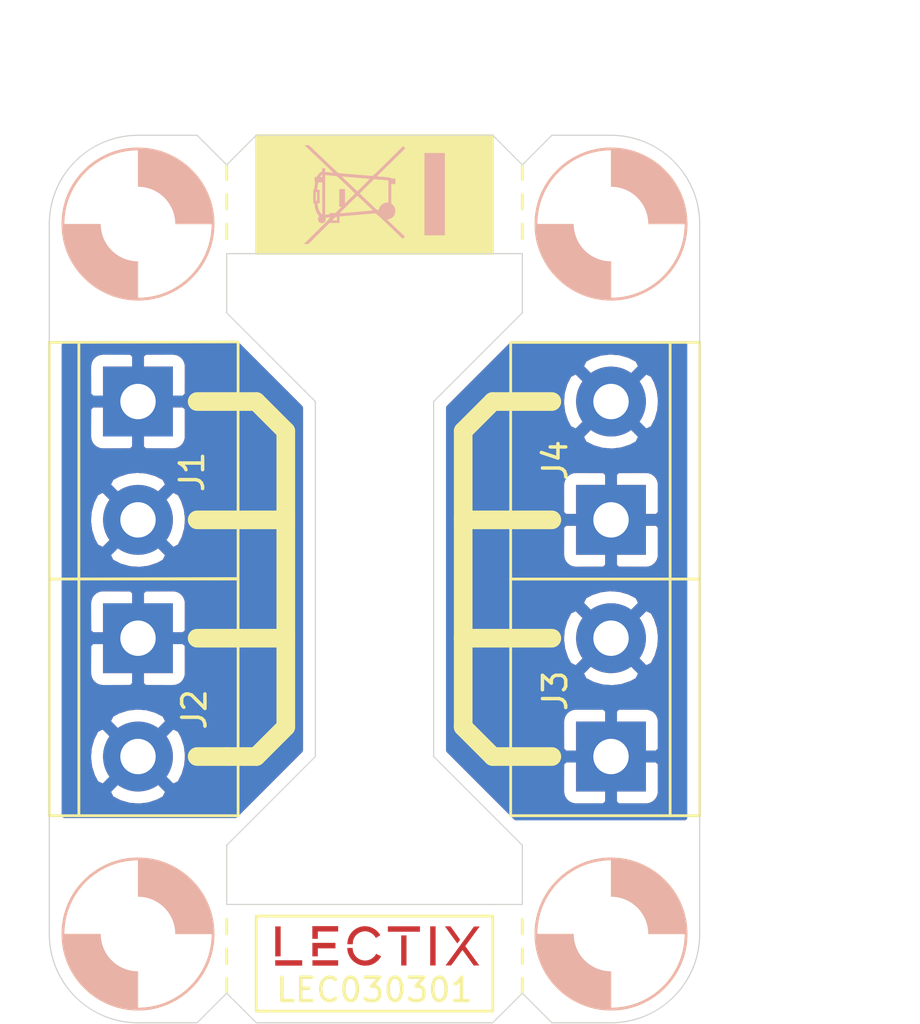
<source format=kicad_pcb>
(kicad_pcb (version 20211014) (generator pcbnew)
  (layers (0 "F.Cu" signal) (31 "B.Cu" signal) (34 "B.Paste" user) (35 "F.Paste" user) (36 "B.SilkS" user "B.Silkscreen") (37 "F.SilkS" user "F.Silkscreen") (38 "B.Mask" user) (39 "F.Mask" user) (44 "Edge.Cuts" user))
  (net 0 "")
  (net 1 "/green")
  (net 2 "/blue")
  (footprint "0_mechanical:MountingHole_3.2mm_M3" (layer "F.Cu") (at 203.2 81.28)
    (fp_text reference "H3" hide)
    (fp_text value "MountingHole" hide)
    (fp_circle (center 0 0) (end 3.224903 0) (layer "B.SilkS") (width 0.12) (fill none))
    (fp_poly (pts (xy 0 3.224903) (xy 0 1.6) (xy -0.1 1.6) (xy -0.5 1.5) (xy -0.9 1.3) (xy -1.3 0.9) (xy -1.5 0.5) (xy -1.6 0.1) (xy -1.6 0) (xy -3.2 0) (xy -3.2 0.5) (xy -3.1 0.9) (xy -2.8 1.6) (xy -2.3 2.3) (xy -1.5 2.9) (xy -0.5 3.2)) (layer "B.SilkS") (width 0.01) (fill solid))
    (fp_poly (pts (xy 0 -3.224903) (xy 0 -1.6) (xy 0.1 -1.6) (xy 0.5 -1.5) (xy 0.9 -1.3) (xy 1.3 -0.9) (xy 1.5 -0.5) (xy 1.6 -0.1) (xy 1.6 0) (xy 3.2 0) (xy 3.2 -0.5) (xy 3.1 -0.9) (xy 2.8 -1.6) (xy 2.3 -2.3) (xy 1.5 -2.9) (xy 0.5 -3.2)) (layer "B.SilkS") (width 0.01) (fill solid))
    (fp_circle (center 0 0) (end 1.6 -2.8) (layer "F.SilkS") (width 0.12) (fill none))
    (fp_poly (pts (xy 0 3.224903) (xy 0 1.6) (xy -0.1 1.6) (xy -0.5 1.5) (xy -0.9 1.3) (xy -1.3 0.9) (xy -1.5 0.5) (xy -1.6 0.1) (xy -1.6 0) (xy -3.2 0) (xy -3.2 0.5) (xy -3.1 0.9) (xy -2.8 1.6) (xy -2.3 2.3) (xy -1.5 2.9) (xy -0.5 3.2)) (layer "F.SilkS") (width 0.01) (fill solid))
    (fp_poly (pts (xy 0 -3.224903) (xy 0 -1.6) (xy 0.1 -1.6) (xy 0.5 -1.5) (xy 0.9 -1.3) (xy 1.3 -0.9) (xy 1.5 -0.5) (xy 1.6 -0.1) (xy 1.6 0) (xy 3.2 0) (xy 3.2 -0.5) (xy 3.1 -0.9) (xy 2.8 -1.6) (xy 2.3 -2.3) (xy 1.5 -2.9) (xy 0.5 -3.2)) (layer "F.SilkS") (width 0.01) (fill solid))
    (pad "" np_thru_hole circle locked (at 0 0) (size 3.2 3.2) (drill 3.2) (layers *.Cu *.Mask))
  )
  (footprint "0_mechanical:MountingHole_3.2mm_M3" (layer "F.Cu") (at 203.2 50.8)
    (fp_text reference "H4" hide)
    (fp_text value "MountingHole" hide)
    (fp_circle (center 0 0) (end 3.224903 0) (layer "B.SilkS") (width 0.12) (fill none))
    (fp_poly (pts (xy 0 3.224903) (xy 0 1.6) (xy -0.1 1.6) (xy -0.5 1.5) (xy -0.9 1.3) (xy -1.3 0.9) (xy -1.5 0.5) (xy -1.6 0.1) (xy -1.6 0) (xy -3.2 0) (xy -3.2 0.5) (xy -3.1 0.9) (xy -2.8 1.6) (xy -2.3 2.3) (xy -1.5 2.9) (xy -0.5 3.2)) (layer "B.SilkS") (width 0.01) (fill solid))
    (fp_poly (pts (xy 0 -3.224903) (xy 0 -1.6) (xy 0.1 -1.6) (xy 0.5 -1.5) (xy 0.9 -1.3) (xy 1.3 -0.9) (xy 1.5 -0.5) (xy 1.6 -0.1) (xy 1.6 0) (xy 3.2 0) (xy 3.2 -0.5) (xy 3.1 -0.9) (xy 2.8 -1.6) (xy 2.3 -2.3) (xy 1.5 -2.9) (xy 0.5 -3.2)) (layer "B.SilkS") (width 0.01) (fill solid))
    (fp_circle (center 0 0) (end 1.6 -2.8) (layer "F.SilkS") (width 0.12) (fill none))
    (fp_poly (pts (xy 0 3.224903) (xy 0 1.6) (xy -0.1 1.6) (xy -0.5 1.5) (xy -0.9 1.3) (xy -1.3 0.9) (xy -1.5 0.5) (xy -1.6 0.1) (xy -1.6 0) (xy -3.2 0) (xy -3.2 0.5) (xy -3.1 0.9) (xy -2.8 1.6) (xy -2.3 2.3) (xy -1.5 2.9) (xy -0.5 3.2)) (layer "F.SilkS") (width 0.01) (fill solid))
    (fp_poly (pts (xy 0 -3.224903) (xy 0 -1.6) (xy 0.1 -1.6) (xy 0.5 -1.5) (xy 0.9 -1.3) (xy 1.3 -0.9) (xy 1.5 -0.5) (xy 1.6 -0.1) (xy 1.6 0) (xy 3.2 0) (xy 3.2 -0.5) (xy 3.1 -0.9) (xy 2.8 -1.6) (xy 2.3 -2.3) (xy 1.5 -2.9) (xy 0.5 -3.2)) (layer "F.SilkS") (width 0.01) (fill solid))
    (pad "" np_thru_hole circle locked (at 0 0) (size 3.2 3.2) (drill 3.2) (layers *.Cu *.Mask))
  )
  (footprint "0_connectors:TerminalBlock_bornier-2_P5.08mm-blue" (layer "F.Cu") (at 203.2 71.12 90)
    (fp_text reference "J3" (at 0.28 -2.4 90) (layer "F.SilkS"))
    (fp_text value "Screw_Terminal_01x02_blue")
    (fp_line (start -5.08 -4.31) (end -5.08 3.81) (layer "F.SilkS") (width 0.12))
    (fp_line (start 5.08 3.81) (end 5.08 -4.31) (layer "F.SilkS") (width 0.12))
    (fp_line (start 5.08 -4.31) (end -5.08 -4.31) (layer "F.SilkS") (width 0.12))
    (fp_line (start 5.08 2.54) (end -5.08 2.54) (layer "F.SilkS") (width 0.12))
    (fp_line (start -5.08 3.81) (end 5.08 3.81) (layer "F.SilkS") (width 0.12))
    (pad "1" thru_hole rect locked (at -2.54 0 90) (size 3 3) (drill 1.52) (layers *.Cu *.Mask) (net 2 "/blue"))
    (pad "2" thru_hole circle locked (at 2.54 0 90) (size 3 3) (drill 1.52) (layers *.Cu *.Mask) (net 2 "/blue"))
  )
  (footprint "0_connectors:TerminalBlock_bornier-2_P5.08mm-blue" (layer "F.Cu") (at 203.2 60.96 90)
    (fp_text reference "J4" (at 0.02 -2.4 90) (layer "F.SilkS"))
    (fp_text value "Screw_Terminal_01x02_blue")
    (fp_line (start -5.08 -4.31) (end -5.08 3.81) (layer "F.SilkS") (width 0.12))
    (fp_line (start 5.08 3.81) (end 5.08 -4.31) (layer "F.SilkS") (width 0.12))
    (fp_line (start 5.08 2.54) (end -5.08 2.54) (layer "F.SilkS") (width 0.12))
    (fp_line (start 5.08 -4.31) (end -5.08 -4.31) (layer "F.SilkS") (width 0.12))
    (fp_line (start -5.08 3.81) (end 5.08 3.81) (layer "F.SilkS") (width 0.12))
    (pad "1" thru_hole rect locked (at -2.54 0 90) (size 3 3) (drill 1.52) (layers *.Cu *.Mask) (net 2 "/blue"))
    (pad "2" thru_hole circle locked (at 2.54 0 90) (size 3 3) (drill 1.52) (layers *.Cu *.Mask) (net 2 "/blue"))
  )
  (footprint "0_mechanical:MountingHole_3.2mm_M3" (layer "F.Cu") (at 182.88 50.8)
    (fp_text reference "H2" hide)
    (fp_text value "MountingHole" hide)
    (fp_circle (center 0 0) (end 3.224903 0) (layer "B.SilkS") (width 0.12) (fill none))
    (fp_poly (pts (xy 0 3.224903) (xy 0 1.6) (xy -0.1 1.6) (xy -0.5 1.5) (xy -0.9 1.3) (xy -1.3 0.9) (xy -1.5 0.5) (xy -1.6 0.1) (xy -1.6 0) (xy -3.2 0) (xy -3.2 0.5) (xy -3.1 0.9) (xy -2.8 1.6) (xy -2.3 2.3) (xy -1.5 2.9) (xy -0.5 3.2)) (layer "B.SilkS") (width 0.01) (fill solid))
    (fp_poly (pts (xy 0 -3.224903) (xy 0 -1.6) (xy 0.1 -1.6) (xy 0.5 -1.5) (xy 0.9 -1.3) (xy 1.3 -0.9) (xy 1.5 -0.5) (xy 1.6 -0.1) (xy 1.6 0) (xy 3.2 0) (xy 3.2 -0.5) (xy 3.1 -0.9) (xy 2.8 -1.6) (xy 2.3 -2.3) (xy 1.5 -2.9) (xy 0.5 -3.2)) (layer "B.SilkS") (width 0.01) (fill solid))
    (fp_circle (center 0 0) (end 1.6 -2.8) (layer "F.SilkS") (width 0.12) (fill none))
    (fp_poly (pts (xy 0 -3.224903) (xy 0 -1.6) (xy 0.1 -1.6) (xy 0.5 -1.5) (xy 0.9 -1.3) (xy 1.3 -0.9) (xy 1.5 -0.5) (xy 1.6 -0.1) (xy 1.6 0) (xy 3.2 0) (xy 3.2 -0.5) (xy 3.1 -0.9) (xy 2.8 -1.6) (xy 2.3 -2.3) (xy 1.5 -2.9) (xy 0.5 -3.2)) (layer "F.SilkS") (width 0.01) (fill solid))
    (fp_poly (pts (xy 0 3.224903) (xy 0 1.6) (xy -0.1 1.6) (xy -0.5 1.5) (xy -0.9 1.3) (xy -1.3 0.9) (xy -1.5 0.5) (xy -1.6 0.1) (xy -1.6 0) (xy -3.2 0) (xy -3.2 0.5) (xy -3.1 0.9) (xy -2.8 1.6) (xy -2.3 2.3) (xy -1.5 2.9) (xy -0.5 3.2)) (layer "F.SilkS") (width 0.01) (fill solid))
    (pad "" np_thru_hole circle locked (at 0 0) (size 3.2 3.2) (drill 3.2) (layers *.Cu *.Mask))
  )
  (footprint "0_mechanical:MountingHole_3.2mm_M3" (layer "F.Cu") (at 182.88 81.28)
    (fp_text reference "H1" hide)
    (fp_text value "MountingHole" hide)
    (fp_circle (center 0 0) (end 3.224903 0) (layer "B.SilkS") (width 0.12) (fill none))
    (fp_poly (pts (xy 0 -3.224903) (xy 0 -1.6) (xy 0.1 -1.6) (xy 0.5 -1.5) (xy 0.9 -1.3) (xy 1.3 -0.9) (xy 1.5 -0.5) (xy 1.6 -0.1) (xy 1.6 0) (xy 3.2 0) (xy 3.2 -0.5) (xy 3.1 -0.9) (xy 2.8 -1.6) (xy 2.3 -2.3) (xy 1.5 -2.9) (xy 0.5 -3.2)) (layer "B.SilkS") (width 0.01) (fill solid))
    (fp_poly (pts (xy 0 3.224903) (xy 0 1.6) (xy -0.1 1.6) (xy -0.5 1.5) (xy -0.9 1.3) (xy -1.3 0.9) (xy -1.5 0.5) (xy -1.6 0.1) (xy -1.6 0) (xy -3.2 0) (xy -3.2 0.5) (xy -3.1 0.9) (xy -2.8 1.6) (xy -2.3 2.3) (xy -1.5 2.9) (xy -0.5 3.2)) (layer "B.SilkS") (width 0.01) (fill solid))
    (fp_circle (center 0 0) (end 1.6 -2.8) (layer "F.SilkS") (width 0.12) (fill none))
    (fp_poly (pts (xy 0 -3.224903) (xy 0 -1.6) (xy 0.1 -1.6) (xy 0.5 -1.5) (xy 0.9 -1.3) (xy 1.3 -0.9) (xy 1.5 -0.5) (xy 1.6 -0.1) (xy 1.6 0) (xy 3.2 0) (xy 3.2 -0.5) (xy 3.1 -0.9) (xy 2.8 -1.6) (xy 2.3 -2.3) (xy 1.5 -2.9) (xy 0.5 -3.2)) (layer "F.SilkS") (width 0.01) (fill solid))
    (fp_poly (pts (xy 0 3.224903) (xy 0 1.6) (xy -0.1 1.6) (xy -0.5 1.5) (xy -0.9 1.3) (xy -1.3 0.9) (xy -1.5 0.5) (xy -1.6 0.1) (xy -1.6 0) (xy -3.2 0) (xy -3.2 0.5) (xy -3.1 0.9) (xy -2.8 1.6) (xy -2.3 2.3) (xy -1.5 2.9) (xy -0.5 3.2)) (layer "F.SilkS") (width 0.01) (fill solid))
    (pad "" np_thru_hole circle locked (at 0 0) (size 3.2 3.2) (drill 3.2) (layers *.Cu *.Mask))
  )
  (footprint "0_logos:Logo_10mm" (layer "F.Cu") (at 193.04 81.78)
    (fp_text reference "LOGO1" hide)
    (fp_text value "logo_lectix_25mm" hide)
    (fp_poly (pts (xy 4.376304 -0.819908) (xy 4.39485 -0.819812) (xy 4.508296 -0.81915) (xy 4.202148 -0.400817) (xy 4.172064 -0.359702) (xy 4.142787 -0.319675) (xy 4.114458 -0.280931) (xy 4.087217 -0.243662) (xy 4.061206 -0.20806) (xy 4.036566 -0.17432) (xy 4.013436 -0.142634) (xy 3.991957 -0.113194) (xy 3.972271 -0.086194) (xy 3.954518 -0.061828) (xy 3.938839 -0.040287) (xy 3.925374 -0.021764) (xy 3.914265 -0.006454) (xy 3.905651 0.005452) (xy 3.899674 0.01376) (xy 3.896474 0.018277) (xy 3.895946 0.019087) (xy 3.897407 0.021269) (xy 3.901707 0.02737) (xy 3.908703 0.037192) (xy 3.918256 0.050541) (xy 3.930224 0.06722) (xy 3.944465 0.087032) (xy 3.960838 0.109783) (xy 3.979202 0.135275) (xy 3.999416 0.163314) (xy 4.021337 0.193701) (xy 4.044825 0.226243) (xy 4.069739 0.260742) (xy 4.095938 0.297003) (xy 4.123279 0.334829) (xy 4.151622 0.374025) (xy 4.180825 0.414395) (xy 4.192671 0.430766) (xy 4.22219 0.471564) (xy 4.250913 0.511274) (xy 4.278699 0.549701) (xy 4.305405 0.586647) (xy 4.330889 0.621916) (xy 4.35501 0.65531) (xy 4.377626 0.686635) (xy 4.398595 0.715692) (xy 4.417775 0.742285) (xy 4.435025 0.766218) (xy 4.450202 0.787293) (xy 4.463164 0.805315) (xy 4.47377 0.820086) (xy 4.481878 0.831411) (xy 4.487346 0.839091) (xy 4.490033 0.842932) (xy 4.490296 0.843347) (xy 4.488016 0.843981) (xy 4.480822 0.844522) (xy 4.468878 0.844969) (xy 4.452349 0.845317) (xy 4.4314 0.845563) (xy 4.406196 0.845703) (xy 4.377266 0.845734) (xy 4.26339 0.845649) (xy 4.02209 0.51178) (xy 3.995526 0.475037) (xy 3.969765 0.439426) (xy 3.944965 0.405163) (xy 3.921283 0.372466) (xy 3.898876 0.34155) (xy 3.877902 0.312632) (xy 3.858517 0.285929) (xy 3.84088 0.261658) (xy 3.825147 0.240034) (xy 3.811475 0.221274) (xy 3.800023 0.205596) (xy 3.790948 0.193215) (xy 3.784406 0.184347) (xy 3.780556 0.179211) (xy 3.77952 0.177933) (xy 3.777906 0.17995) (xy 3.773455 0.185854) (xy 3.766324 0.195427) (xy 3.756674 0.208455) (xy 3.744661 0.224722) (xy 3.730447 0.24401) (xy 3.714188 0.266106) (xy 3.696044 0.290791) (xy 3.676173 0.317851) (xy 3.654734 0.34707) (xy 3.631887 0.378231) (xy 3.607789 0.411119) (xy 3.5826 0.445518) (xy 3.556477 0.481211) (xy 3.53568 0.509644) (xy 3.508925 0.546214) (xy 3.482965 0.581667) (xy 3.457961 0.615786) (xy 3.434072 0.648355) (xy 3.411458 0.679156) (xy 3.390279 0.707973) (xy 3.370693 0.734589) (xy 3.352863 0.758787) (xy 3.336946 0.78035) (xy 3.323102 0.799061) (xy 3.311493 0.814704) (xy 3.302276 0.827061) (xy 3.295613 0.835916) (xy 3.291662 0.841051) (xy 3.29057 0.842335) (xy 3.287574 0.842529) (xy 3.280025 0.84268) (xy 3.26845 0.842789) (xy 3.253375 0.842853) (xy 3.235327 0.84287) (xy 3.214833 0.842839) (xy 3.192419 0.842759) (xy 3.175648 0.842672) (xy 3.063267 0.84201) (xy 3.669225 0.01397) (xy 3.711717 -0.044093) (xy 3.753457 -0.101122) (xy 3.794343 -0.156981) (xy 3.834276 -0.211531) (xy 3.873154 -0.264637) (xy 3.910878 -0.316161) (xy 3.947347 -0.365964) (xy 3.982459 -0.413911) (xy 4.016115 -0.459864) (xy 4.048214 -0.503686) (xy 4.078655 -0.545239) (xy 4.107338 -0.584386) (xy 4.134162 -0.620989) (xy 4.159027 -0.654913) (xy 4.181832 -0.686019) (xy 4.202477 -0.714169) (xy 4.22086 -0.739228) (xy 4.236882 -0.761057) (xy 4.250441 -0.779519) (xy 4.261437 -0.794478) (xy 4.269771 -0.805795) (xy 4.27534 -0.813333) (xy 4.278045 -0.816956) (xy 4.278294 -0.817272) (xy 4.280129 -0.818064) (xy 4.284193 -0.818708) (xy 4.29086 -0.819211) (xy 4.300504 -0.819582) (xy 4.313497 -0.819829) (xy 4.330212 -0.819961) (xy 4.351024 -0.819984) (xy 4.376304 -0.819908)) (layer "F.Cu") (width 0.01) (fill solid))
    (fp_poly (pts (xy -0.941598 0.135255) (xy -0.93688 0.184642) (xy -0.927286 0.233391) (xy -0.913012 0.281126) (xy -0.894257 0.327472) (xy -0.871216 0.372055) (xy -0.844087 0.4145) (xy -0.813067 0.454432) (xy -0.778352 0.491476) (xy -0.74014 0.525258) (xy -0.73406 0.530066) (xy -0.693962 0.558193) (xy -0.650655 0.582754) (xy -0.604786 0.603491) (xy -0.557001 0.620147) (xy -0.507946 0.632466) (xy -0.458267 0.640191) (xy -0.456939 0.640331) (xy -0.435583 0.641812) (xy -0.410988 0.642277) (xy -0.38483 0.641784) (xy -0.358784 0.640393) (xy -0.334525 0.638161) (xy -0.31496 0.635369) (xy -0.26458 0.623968) (xy -0.215829 0.608011) (xy -0.169027 0.587722) (xy -0.124494 0.563326) (xy -0.082553 0.53505) (xy -0.043523 0.503119) (xy -0.007725 0.467757) (xy 0.024521 0.429189) (xy 0.052893 0.387642) (xy 0.063459 0.36957) (xy 0.067764 0.361866) (xy 0.070977 0.356162) (xy 0.072419 0.35366) (xy 0.072428 0.353648) (xy 0.074718 0.354589) (xy 0.080966 0.357586) (xy 0.090622 0.362356) (xy 0.103134 0.368617) (xy 0.11795 0.376087) (xy 0.134518 0.384484) (xy 0.152288 0.393526) (xy 0.170709 0.40293) (xy 0.189227 0.412414) (xy 0.207292 0.421697) (xy 0.224353 0.430496) (xy 0.239857 0.43853) (xy 0.253254 0.445515) (xy 0.263992 0.45117) (xy 0.271519 0.455212) (xy 0.275284 0.45736) (xy 0.275579 0.457574) (xy 0.276342 0.459476) (xy 0.27565 0.462864) (xy 0.273236 0.468246) (xy 0.268829 0.47613) (xy 0.262161 0.487022) (xy 0.252963 0.501432) (xy 0.249532 0.50673) (xy 0.213745 0.557247) (xy 0.174233 0.604456) (xy 0.131253 0.648181) (xy 0.085061 0.688245) (xy 0.035915 0.724473) (xy -0.015929 0.75669) (xy -0.070214 0.784719) (xy -0.126683 0.808386) (xy -0.185078 0.827513) (xy -0.238614 0.840608) (xy -0.259549 0.844715) (xy -0.278693 0.847937) (xy -0.297214 0.850387) (xy -0.316279 0.852177) (xy -0.337056 0.853419) (xy -0.360714 0.854226) (xy -0.38481 0.854665) (xy -0.403035 0.85486) (xy -0.419929 0.85496) (xy -0.434719 0.854966) (xy -0.446633 0.85488) (xy -0.454897 0.854704) (xy -0.45847 0.854485) (xy -0.464358 0.853741) (xy -0.47369 0.85263) (xy -0.484862 0.851341) (xy -0.49022 0.850735) (xy -0.545997 0.842047) (xy -0.601993 0.828574) (xy -0.657599 0.810545) (xy -0.712206 0.788188) (xy -0.765203 0.761731) (xy -0.815981 0.731401) (xy -0.82423 0.725955) (xy -0.854202 0.705098) (xy -0.880956 0.684653) (xy -0.906058 0.663317) (xy -0.931073 0.63979) (xy -0.946282 0.624501) (xy -0.98848 0.577656) (xy -1.026384 0.528179) (xy -1.059914 0.476236) (xy -1.088986 0.421994) (xy -1.113518 0.365618) (xy -1.133426 0.307274) (xy -1.148629 0.247129) (xy -1.156813 0.201477) (xy -1.15802 0.192261) (xy -1.159423 0.17981) (xy -1.160913 0.165307) (xy -1.162382 0.149937) (xy -1.163719 0.134885) (xy -1.164815 0.121334) (xy -1.165562 0.11047) (xy -1.16585 0.103505) (xy -1.163398 0.103107) (xy -1.156379 0.102738) (xy -1.145308 0.102405) (xy -1.130696 0.102119) (xy -1.113059 0.101886) (xy -1.092909 0.101717) (xy -1.070759 0.10162) (xy -1.054481 0.1016) (xy -0.943101 0.1016) (xy -0.941598 0.135255)) (layer "F.Cu") (width 0.01) (fill solid))
    (fp_poly (pts (xy -3.1115 0.85344) (xy -4.25958 0.85344) (xy -4.25958 0.62992) (xy -3.1115 0.62992) (xy -3.1115 0.85344)) (layer "F.Cu") (width 0.01) (fill solid))
    (fp_poly (pts (xy -1.56718 -0.61214) (xy -2.44094 -0.61214) (xy -2.44094 -0.29972) (xy -2.66446 -0.29972) (xy -2.66446 -0.83312) (xy -1.56718 -0.83312) (xy -1.56718 -0.61214)) (layer "F.Cu") (width 0.01) (fill solid))
    (fp_poly (pts (xy -4.0386 0.45212) (xy -4.25958 0.45212) (xy -4.25958 -0.82296) (xy -4.0386 -0.82296) (xy -4.0386 0.45212)) (layer "F.Cu") (width 0.01) (fill solid))
    (fp_poly (pts (xy 2.61874 0.84582) (xy 2.39776 0.84582) (xy 2.39776 -0.8255) (xy 2.61874 -0.8255) (xy 2.61874 0.84582)) (layer "F.Cu") (width 0.01) (fill solid))
    (fp_poly (pts (xy -0.373791 -0.828885) (xy -0.352051 -0.828102) (xy -0.333524 -0.826865) (xy -0.32512 -0.825987) (xy -0.263464 -0.815889) (xy -0.203518 -0.801142) (xy -0.145498 -0.78188) (xy -0.08962 -0.75824) (xy -0.036099 -0.730358) (xy 0.01485 -0.698368) (xy 0.063012 -0.662408) (xy 0.108171 -0.622612) (xy 0.150111 -0.579116) (xy 0.188617 -0.532056) (xy 0.223475 -0.481567) (xy 0.224753 -0.479538) (xy 0.23095 -0.469396) (xy 0.235873 -0.460824) (xy 0.239032 -0.454716) (xy 0.239933 -0.451966) (xy 0.239927 -0.451954) (xy 0.237616 -0.450206) (xy 0.231584 -0.446064) (xy 0.222376 -0.439884) (xy 0.210541 -0.432024) (xy 0.196627 -0.422841) (xy 0.181181 -0.412692) (xy 0.16475 -0.401934) (xy 0.147883 -0.390925) (xy 0.131127 -0.380021) (xy 0.115029 -0.369581) (xy 0.100138 -0.359961) (xy 0.087 -0.351518) (xy 0.076165 -0.34461) (xy 0.068178 -0.339593) (xy 0.063588 -0.336826) (xy 0.062794 -0.336416) (xy 0.059968 -0.337282) (xy 0.055905 -0.341905) (xy 0.050305 -0.350661) (xy 0.047184 -0.356086) (xy 0.030089 -0.383572) (xy 0.009427 -0.411998) (xy -0.013771 -0.440148) (xy -0.038472 -0.466803) (xy -0.063644 -0.490746) (xy -0.07552 -0.50086) (xy -0.116154 -0.530828) (xy -0.159753 -0.556873) (xy -0.205804 -0.578774) (xy -0.253792 -0.59631) (xy -0.303203 -0.60926) (xy -0.343548 -0.616187) (xy -0.365054 -0.618232) (xy -0.389779 -0.619278) (xy -0.41624 -0.619363) (xy -0.442955 -0.61852) (xy -0.468443 -0.616786) (xy -0.491221 -0.614196) (xy -0.502174 -0.612397) (xy -0.552714 -0.600392) (xy -0.601225 -0.583901) (xy -0.647466 -0.563143) (xy -0.691196 -0.538334) (xy -0.732174 -0.509692) (xy -0.770159 -0.477434) (xy -0.80491 -0.441777) (xy -0.836186 -0.402938) (xy -0.863748 -0.361136) (xy -0.887352 -0.316587) (xy -0.90676 -0.269508) (xy -0.916801 -0.238379) (xy -0.927444 -0.193948) (xy -0.934072 -0.147895) (xy -0.936568 -0.109855) (xy -0.937972 -0.06858) (xy -1.158969 -0.06858) (xy -1.157493 -0.113665) (xy -1.153049 -0.173235) (xy -1.143761 -0.231781) (xy -1.129804 -0.289055) (xy -1.111357 -0.344808) (xy -1.088595 -0.398794) (xy -1.061694 -0.450761) (xy -1.030832 -0.500463) (xy -0.996184 -0.547651) (xy -0.957927 -0.592077) (xy -0.916238 -0.63349) (xy -0.871292 -0.671645) (xy -0.823267 -0.706291) (xy -0.772339 -0.73718) (xy -0.718684 -0.764064) (xy -0.6858 -0.777954) (xy -0.632923 -0.796535) (xy -0.578211 -0.811237) (xy -0.520795 -0.822284) (xy -0.50546 -0.824566) (xy -0.489281 -0.826312) (xy -0.469218 -0.827661) (xy -0.446456 -0.828601) (xy -0.422175 -0.829125) (xy -0.397559 -0.829223) (xy -0.373791 -0.828885)) (layer "F.Cu") (width 0.01) (fill solid))
    (fp_poly (pts (xy 1.3716 0.84582) (xy 1.15062 0.84582) (xy 1.15062 -0.43688) (xy 1.3716 -0.43688) (xy 1.3716 0.84582)) (layer "F.Cu") (width 0.01) (fill solid))
    (fp_poly (pts (xy 1.95072 -0.60452) (xy 0.58166 -0.60452) (xy 0.58166 -0.8255) (xy 1.95072 -0.8255) (xy 1.95072 -0.60452)) (layer "F.Cu") (width 0.01) (fill solid))
    (fp_poly (pts (xy 3.260968 -0.8255) (xy 3.466269 -0.542956) (xy 3.490799 -0.509165) (xy 3.514493 -0.476463) (xy 3.53718 -0.445091) (xy 3.558689 -0.415286) (xy 3.578848 -0.387289) (xy 3.597487 -0.361337) (xy 3.614435 -0.337671) (xy 3.62952 -0.31653) (xy 3.642571 -0.298152) (xy 3.653418 -0.282777) (xy 3.661889 -0.270644) (xy 3.667814 -0.261991) (xy 3.671021 -0.257058) (xy 3.67157 -0.255979) (xy 3.670129 -0.252999) (xy 3.666077 -0.246561) (xy 3.659817 -0.237221) (xy 3.651755 -0.225539) (xy 3.642293 -0.212072) (xy 3.631838 -0.197378) (xy 3.620793 -0.182016) (xy 3.609562 -0.166543) (xy 3.598551 -0.151517) (xy 3.588162 -0.137496) (xy 3.578801 -0.125038) (xy 3.570872 -0.114702) (xy 3.564779 -0.107045) (xy 3.560927 -0.102625) (xy 3.55981 -0.101753) (xy 3.558071 -0.103777) (xy 3.553504 -0.109705) (xy 3.546264 -0.119329) (xy 3.536502 -0.132439) (xy 3.524373 -0.148826) (xy 3.510029 -0.168281) (xy 3.493625 -0.190595) (xy 3.475313 -0.215558) (xy 3.455247 -0.242963) (xy 3.433579 -0.272598) (xy 3.410465 -0.304257) (xy 3.386056 -0.337728) (xy 3.360506 -0.372804) (xy 3.333968 -0.409276) (xy 3.306596 -0.446933) (xy 3.29819 -0.458507) (xy 3.270558 -0.496555) (xy 3.243707 -0.533532) (xy 3.217789 -0.569228) (xy 3.19296 -0.603428) (xy 3.169374 -0.635919) (xy 3.147186 -0.666489) (xy 3.126549 -0.694925) (xy 3.107618 -0.721015) (xy 3.090548 -0.744544) (xy 3.075493 -0.765301) (xy 3.062608 -0.783073) (xy 3.052047 -0.797646) (xy 3.043964 -0.808808) (xy 3.038514 -0.816346) (xy 3.035851 -0.820048) (xy 3.035625 -0.82037) (xy 3.034877 -0.821583) (xy 3.034715 -0.822588) (xy 3.035563 -0.823405) (xy 3.037844 -0.824053) (xy 3.041981 -0.824551) (xy 3.048399 -0.824919) (xy 3.057522 -0.825177) (xy 3.069772 -0.825345) (xy 3.085573 -0.825441) (xy 3.105349 -0.825486) (xy 3.129525 -0.8255) (xy 3.146554 -0.825501) (xy 3.260968 -0.8255)) (layer "F.Cu") (width 0.01) (fill solid))
    (fp_poly (pts (xy -1.68148 0.10922) (xy -2.44094 0.10922) (xy -2.44094 0.45212) (xy -2.66192 0.45212) (xy -2.66192 -0.1143) (xy -1.68148 -0.1143) (xy -1.68148 0.10922)) (layer "F.Cu") (width 0.01) (fill solid))
    (fp_poly (pts (xy -1.56718 0.85344) (xy -2.65938 0.85344) (xy -2.65938 0.62992) (xy -1.56718 0.62992) (xy -1.56718 0.85344)) (layer "F.Cu") (width 0.01) (fill solid))
  )
  (footprint "0_connectors:TerminalBlock_bornier-2_P5.08mm-green" (layer "F.Cu") (at 182.88 60.96 -90)
    (fp_text reference "J1" (at 0.48 -2.32 90) (layer "F.SilkS"))
    (fp_text value "Screw_Terminal_01x02_green")
    (fp_line (start 5.08 -4.3) (end -5.08 -4.3) (layer "F.SilkS") (width 0.12))
    (fp_line (start -5.1 -4.3) (end -5.08 3.81) (layer "F.SilkS") (width 0.12))
    (fp_line (start -5.08 3.81) (end 5.08 3.81) (layer "F.SilkS") (width 0.12))
    (fp_line (start 5.08 3.81) (end 5.08 -4.3) (layer "F.SilkS") (width 0.12))
    (fp_line (start 5.08 2.54) (end -5.08 2.54) (layer "F.SilkS") (width 0.12))
    (pad "1" thru_hole rect locked (at -2.54 0 270) (size 3 3) (drill 1.52) (layers *.Cu *.Mask) (net 1 "/green"))
    (pad "2" thru_hole circle locked (at 2.54 0 270) (size 3 3) (drill 1.52) (layers *.Cu *.Mask) (net 1 "/green"))
  )
  (footprint "0_connectors:TerminalBlock_bornier-2_P5.08mm-green" (layer "F.Cu") (at 182.88 71.12 -90)
    (fp_text reference "J2" (at 0.52 -2.42 90) (layer "F.SilkS"))
    (fp_text value "Screw_Terminal_01x02_green")
    (fp_line (start 5.08 2.54) (end -5.08 2.54) (layer "F.SilkS") (width 0.12))
    (fp_line (start 5.08 3.81) (end 5.08 -4.3) (layer "F.SilkS") (width 0.12))
    (fp_line (start -5.08 3.81) (end 5.08 3.81) (layer "F.SilkS") (width 0.12))
    (fp_line (start 5.08 -4.3) (end -5.08 -4.3) (layer "F.SilkS") (width 0.12))
    (fp_line (start -5.1 -4.3) (end -5.08 3.81) (layer "F.SilkS") (width 0.12))
    (pad "1" thru_hole rect locked (at -2.54 0 270) (size 3 3) (drill 1.52) (layers *.Cu *.Mask) (net 1 "/green"))
    (pad "2" thru_hole circle locked (at 2.54 0 270) (size 3 3) (drill 1.52) (layers *.Cu *.Mask) (net 1 "/green"))
  )
  (footprint "Symbol:WEEE-Logo_4.2x6mm_SilkScreen" (layer "B.Cu") (at 193.04 49.53 -90)
    (fp_text reference "REF**" hide)
    (fp_text value "WEEE-Logo_4.2x6mm_SilkScreen" hide)
    (fp_poly (pts (xy 1.747822 -3.017822) (xy -1.772971 -3.017822) (xy -1.772971 -2.150198) (xy 1.747822 -2.150198) (xy 1.747822 -3.017822)) (layer "B.SilkS") (width 0.01) (fill solid))
    (fp_poly (pts (xy 2.12443 2.935152) (xy 2.123811 2.848069) (xy 1.672086 2.389109) (xy 1.220361 1.930148) (xy 1.220032 1.719529) (xy 1.219703 1.508911) (xy 0.94461 1.508911) (xy 0.937522 1.45547) (xy 0.934838 1.431112) (xy 0.930313 1.385241) (xy 0.924191 1.320595) (xy 0.916712 1.239909) (xy 0.908119 1.145919) (xy 0.898654 1.041363) (xy 0.888558 0.928975) (xy 0.878074 0.811493) (xy 0.867444 0.691652) (xy 0.856909 0.572189) (xy 0.846713 0.455841) (xy 0.837095 0.345343) (xy 0.8283 0.243431) (xy 0.820568 0.152842) (xy 0.814142 0.076313) (xy 0.809263 0.016579) (xy 0.806175 -0.023624) (xy 0.805117 -0.041559) (xy 0.805118 -0.041644) (xy 0.812827 -0.056035) (xy 0.835981 -0.085748) (xy 0.874895 -0.131131) (xy 0.929884 -0.192529) (xy 1.001264 -0.270288) (xy 1.089349 -0.364754) (xy 1.194454 -0.476272) (xy 1.316895 -0.605188) (xy 1.35131 -0.641287) (xy 1.897137 -1.213416) (xy 1.808881 -1.301436) (xy 1.737485 -1.223758) (xy 1.711366 -1.195686) (xy 1.670566 -1.152274) (xy 1.617777 -1.096366) (xy 1.555691 -1.030808) (xy 1.487 -0.958441) (xy 1.414396 -0.882112) (xy 1.37096 -0.836524) (xy 1.289416 -0.751119) (xy 1.223504 -0.68271) (xy 1.171544 -0.630053) (xy 1.131855 -0.591905) (xy 1.102757 -0.56702) (xy 1.082569 -0.554156) (xy 1.06961 -0.552068) (xy 1.0622 -0.559513) (xy 1.058658 -0.575246) (xy 1.057303 -0.598023) (xy 1.057121 -0.604239) (xy 1.047703 -0.647061) (xy 1.024497 -0.698819) (xy 0.992136 -0.751328) (xy 0.955252 -0.796403) (xy 0.940493 -0.810328) (xy 0.864767 -0.859047) (xy 0.776308 -0.886306) (xy 0.6981 -0.892773) (xy 0.609468 -0.880576) (xy 0.527612 -0.844813) (xy 0.455164 -0.786722) (xy 0.441797 -0.772262) (xy 0.392918 -0.716733) (xy -0.452674 -0.716733) (xy -0.452674 -0.892773) (xy -0.67901 -0.892773) (xy -0.67901 -0.810531) (xy -0.68185 -0.754386) (xy -0.691393 -0.715416) (xy -0.702991 -0.694219) (xy -0.711277 -0.679052) (xy -0.718373 -0.657062) (xy -0.724748 -0.624987) (xy -0.730872 -0.579569) (xy -0.737216 -0.517548) (xy -0.74425 -0.435662) (xy -0.749066 -0.374746) (xy -0.771161 -0.089343) (xy -1.313565 -0.638805) (xy -1.411637 -0.738228) (xy -1.505784 -0.833815) (xy -1.594285 -0.92381) (xy -1.67542 -1.006457) (xy -1.747469 -1.080001) (xy -1.808712 -1.142684) (xy -1.857427 -1.192752) (xy -1.891896 -1.228448) (xy -1.910379 -1.247995) (xy -1.940743 -1.278944) (xy -1.966071 -1.30053) (xy -1.979695 -1.307723) (xy -1.997095 -1.299297) (xy -2.02246 -1.278245) (xy -2.031058 -1.269671) (xy -2.067514 -1.23162) (xy -1.866802 -1.027658) (xy -1.815596 -0.975699) (xy -1.749569 -0.90882) (xy -1.671618 -0.82995) (xy -1.584638 -0.742014) (xy -1.491526 -0.647941) (xy -1.395179 -0.550658) (xy -1.298492 -0.453093) (xy -1.229134 -0.383145) (xy -1.123703 -0.27655) (xy -1.035129 -0.186307) (xy -0.962281 -0.111192) (xy -0.904023 -0.049986) (xy -0.859225 -0.001466) (xy -0.837021 0.023871) (xy -0.658724 0.023871) (xy -0.636401 -0.261555) (xy -0.629669 -0.345219) (xy -0.623157 -0.421727) (xy -0.617234 -0.487081) (xy -0.612268 -0.537281) (xy -0.608629 -0.568329) (xy -0.607458 -0.575273) (xy -0.600838 -0.603565) (xy 0.348636 -0.603565) (xy 0.354974 -0.524606) (xy 0.37411 -0.431315) (xy 0.414154 -0.348791) (xy 0.472582 -0.280038) (xy 0.546871 -0.228063) (xy 0.630252 -0.196863) (xy 0.657302 -0.182228) (xy 0.670844 -0.150819) (xy 0.671128 -0.149434) (xy 0.672753 -0.136174) (xy 0.670744 -0.122595) (xy 0.663142 -0.106181) (xy 0.647984 -0.084411) (xy 0.623312 -0.054767) (xy 0.587164 -0.014732) (xy 0.53758 0.038215) (xy 0.472599 0.106591) (xy 0.468401 0.110995) (xy 0.398507 0.184389) (xy 0.3242 0.262563) (xy 0.250586 0.340136) (xy 0.182771 0.411725) (xy 0.12586 0.471949) (xy 0.113168 0.485413) (xy 0.064513 0.53618) (xy 0.021291 0.579625) (xy -0.013395 0.612759) (xy -0.036444 0.632595) (xy -0.044182 0.636954) (xy -0.055722 0.62783) (xy -0.08271 0.6028) (xy -0.123021 0.563948) (xy -0.174529 0.513357) (xy -0.235109 0.453112) (xy -0.302636 0.385296) (xy -0.357826 0.329435) (xy -0.658724 0.023871) (xy -0.837021 0.023871) (xy -0.826751 0.035589) (xy -0.805471 0.062401) (xy -0.794251 0.080192) (xy -0.791754 0.08843) (xy -0.7927 0.10641) (xy -0.795573 0.147108) (xy -0.800187 0.208181) (xy -0.806358 0.287287) (xy -0.813898 0.382086) (xy -0.822621 0.490233) (xy -0.832343 0.609388) (xy -0.842876 0.737209) (xy -0.851365 0.839365) (xy -0.899396 1.415326) (xy -0.775805 1.415326) (xy -0.775273 1.402896) (xy -0.772769 1.36789) (xy -0.768496 1.312785) (xy -0.762653 1.240057) (xy -0.755443 1.152186) (xy -0.747066 1.051649) (xy -0.737723 0.940923) (xy -0.728758 0.835795) (xy -0.718602 0.716517) (xy -0.709142 0.60392) (xy -0.700596 0.500695) (xy -0.693179 0.409527) (xy -0.687108 0.333105) (xy -0.682601 0.274117) (xy -0.679873 0.235251) (xy -0.679116 0.220156) (xy -0.677935 0.210762) (xy -0.673256 0.207034) (xy -0.663276 0.210529) (xy -0.64619 0.222801) (xy -0.620196 0.245406) (xy -0.58349 0.2799) (xy -0.534267 0.327838) (xy -0.470726 0.390776) (xy -0.403305 0.458032) (xy -0.127601 0.733523) (xy -0.129533 0.735594) (xy 0.05271 0.735594) (xy 0.061016 0.72422) (xy 0.084267 0.697437) (xy 0.120135 0.657708) (xy 0.166287 0.607493) (xy 0.220394 0.549254) (xy 0.280126 0.485453) (xy 0.343152 0.418551) (xy 0.407142 0.35101) (xy 0.469764 0.28529) (xy 0.52869 0.223854) (xy 0.581588 0.169163) (xy 0.626128 0.123678) (xy 0.65998 0.089862) (xy 0.680812 0.070174) (xy 0.686494 0.066163) (xy 0.688366 0.079109) (xy 0.692254 0.114866) (xy 0.697943 0.171196) (xy 0.705219 0.24586) (xy 0.713869 0.33662) (xy 0.723678 0.441238) (xy 0.734434 0.557474) (xy 0.745921 0.683092) (xy 0.755093 0.784382) (xy 0.766826 0.915721) (xy 0.777665 1.039448) (xy 0.78743 1.153319) (xy 0.795937 1.255089) (xy 0.803005 1.342513) (xy 0.808451 1.413347) (xy 0.812092 1.465347) (xy 0.813747 1.496268) (xy 0.813558 1.504297) (xy 0.803666 1.497146) (xy 0.778476 1.474159) (xy 0.74019 1.437561) (xy 0.691011 1.389578) (xy 0.633139 1.332434) (xy 0.568778 1.268353) (xy 0.500129 1.199562) (xy 0.429395 1.128284) (xy 0.358778 1.056745) (xy 0.29048 0.98717) (xy 0.226704 0.921783) (xy 0.16965 0.862809) (xy 0.121522 0.812473) (xy 0.084522 0.773001) (xy 0.060852 0.746617) (xy 0.05271 0.735594) (xy -0.129533 0.735594) (xy -0.230409 0.843705) (xy -0.282768 0.899623) (xy -0.341535 0.962052) (xy -0.404385 1.028557) (xy -0.468995 1.096702) (xy -0.533042 1.164052) (xy -0.594203 1.228172) (xy -0.650153 1.286628) (xy -0.69857 1.336982) (xy -0.73713 1.376802) (xy -0.763509 1.40365) (xy -0.775384 1.415092) (xy -0.775805 1.415326) (xy -0.899396 1.415326) (xy -0.911401 1.559274) (xy -1.511938 2.190842) (xy -2.112475 2.822411) (xy -2.112034 2.910685) (xy -2.111592 2.99896) (xy -2.014583 2.895334) (xy -1.960291 2.837537) (xy -1.896192 2.769632) (xy -1.824016 2.693428) (xy -1.745492 2.610731) (xy -1.662349 2.523347) (xy -1.576319 2.433085) (xy -1.48913 2.34175) (xy -1.402513 2.251151) (xy -1.318197 2.163093) (xy -1.237912 2.079385) (xy -1.163387 2.001833) (xy -1.096354 1.932243) (xy -1.038541 1.872424) (xy -0.991679 1.824182) (xy -0.957496 1.789324) (xy -0.937724 1.769657) (xy -0.93339 1.765884) (xy -0.933092 1.779008) (xy -0.934731 1.812611) (xy -0.938023 1.86212) (xy -0.942682 1.922963) (xy -0.944682 1.947268) (xy -0.959577 2.125049) (xy -0.842955 2.125049) (xy -0.836934 2.096757) (xy -0.833863 2.074382) (xy -0.829548 2.032283) (xy -0.824488 1.975822) (xy -0.819181 1.910365) (xy -0.817344 1.886138) (xy -0.811927 1.816579) (xy -0.806459 1.751982) (xy -0.801488 1.698452) (xy -0.797561 1.66209) (xy -0.796675 1.655491) (xy -0.793334 1.641944) (xy -0.786101 1.626086) (xy -0.77344 1.606139) (xy -0.753811 1.580327) (xy -0.725678 1.546871) (xy -0.687502 1.503993) (xy -0.637746 1.449917) (xy -0.574871 1.382864) (xy -0.497341 1.301057) (xy -0.418251 1.21805) (xy -0.339564 1.135906) (xy -0.266112 1.059831) (xy -0.199724 0.991675) (xy -0.142227 0.933288) (xy -0.095451 0.886519) (xy -0.061224 0.853218) (xy -0.041373 0.835233) (xy -0.03714 0.832558) (xy -0.026003 0.842259) (xy 0.000029 0.867559) (xy 0.03843 0.905918) (xy 0.086672 0.9548) (xy 0.14223 1.011666) (xy 0.182408 1.053094) (xy 0.392169 1.27) (xy -0.226337 1.27) (xy -0.226337 1.508911) (xy 0.528119 1.508911) (xy 0.528119 1.402458) (xy 0.666435 1.540346) (xy 0.764553 1.63816) (xy 0.955643 1.63816) (xy 0.957471 1.62273) (xy 0.966723 1.614133) (xy 0.98905 1.610387) (xy 1.030105 1.609511) (xy 1.037376 1.609505) (xy 1.119109 1.609505) (xy 1.119109 1.828828) (xy 1.037376 1.747821) (xy 0.99127 1.698572) (xy 0.963694 1.660841) (xy 0.955643 1.63816) (xy 0.764553 1.63816) (xy 0.804752 1.678234) (xy 0.804752 1.801048) (xy 0.805137 1.85755) (xy 0.8069 1.893495) (xy 0.81095 1.91347) (xy 0.818199 1.922063) (xy 0.82913 1.923861) (xy 0.841288 1.926502) (xy 0.850273 1.937088) (xy 0.857174 1.959619) (xy 0.863076 1.998091) (xy 0.869065 2.056502) (xy 0.870987 2.077896) (xy 0.875148 2.125049) (xy -0.842955 2.125049) (xy -0.959577 2.125049) (xy -1.119109 2.125049) (xy -1.119109 2.238218) (xy -1.051314 2.238218) (xy -1.011662 2.239304) (xy -0.990116 2.244546) (xy -0.98748 2.247666) (xy -0.848616 2.247666) (xy -0.841308 2.240538) (xy -0.815993 2.238338) (xy -0.798908 2.238218) (xy -0.741881 2.238218) (xy -0.529221 2.238218) (xy 0.885302 2.238218) (xy 0.837458 2.287214) (xy 0.76315 2.347676) (xy 0.671184 2.394309) (xy 0.560002 2.427751) (xy 0.449529 2.446247) (xy 0.377227 2.454878) (xy 0.377227 2.36396) (xy -0.201188 2.36396) (xy -0.201188 2.467107) (xy -0.286065 2.458504) (xy -0.345368 2.451244) (xy -0.408551 2.441621) (xy -0.446386 2.434748) (xy -0.521832 2.419593) (xy -0.525526 2.328905) (xy -0.529221 2.238218) (xy -0.741881 2.238218) (xy -0.741881 2.288515) (xy -0.743544 2.320024) (xy -0.747697 2.337537) (xy -0.749371 2.338812) (xy -0.767987 2.330746) (xy -0.795183 2.31118) (xy -0.822448 2.287056) (xy -0.841267 2.265318) (xy -0.842943 2.262492) (xy -0.848616 2.247666) (xy -0.98748 2.247666) (xy -0.979662 2.256919) (xy -0.975442 2.270396) (xy -0.958219 2.305373) (xy -0.925138 2.347421) (xy -0.881893 2.390644) (xy -0.834174 2.429146) (xy -0.80283 2.449199) (xy -0.767123 2.471149) (xy -0.748819 2.489589) (xy -0.742388 2.511332) (xy -0.741894 2.524282) (xy -0.741894 2.527425) (xy -0.100594 2.527425) (xy -0.100594 2.464554) (xy 0.276633 2.464554) (xy 0.276633 2.527425) (xy -0.100594 2.527425) (xy -0.741894 2.527425) (xy -0.741881 2.565148) (xy -0.636048 2.565148) (xy -0.587355 2.563971) (xy -0.549405 2.560835) (xy -0.528308 2.556329) (xy -0.526023 2.554505) (xy -0.512641 2.551705) (xy -0.480074 2.552852) (xy -0.433916 2.557607) (xy -0.402376 2.561997) (xy -0.345188 2.570622) (xy -0.292886 2.578409) (xy -0.253582 2.584153) (xy -0.242055 2.585785) (xy -0.211937 2.595112) (xy -0.201188 2.609728) (xy -0.19792 2.61568) (xy -0.18623 2.620222) (xy -0.163288 2.62353) (xy -0.126265 2.625785) (xy -0.072332 2.627166) (xy 0.00134 2.62785) (xy 0.08802 2.62802) (xy 0.180529 2.627923) (xy 0.250906 2.62747) (xy 0.302164 2.62641) (xy 0.33732 2.624497) (xy 0.359389 2.621481) (xy 0.371385 2.617115) (xy 0.376324 2.611151) (xy 0.377227 2.604216) (xy 0.384921 2.582205) (xy 0.410121 2.569679) (xy 0.456009 2.565212) (xy 0.464264 2.565148) (xy 0.541973 2.557132) (xy 0.630233 2.535064) (xy 0.721085 2.501916) (xy 0.80657 2.460661) (xy 0.878726 2.414269) (xy 0.888072 2.406918) (xy 0.918533 2.383002) (xy 0.936572 2.373424) (xy 0.949169 2.37652) (xy 0.9621 2.389296) (xy 1.000293 2.414322) (xy 1.049998 2.423929) (xy 1.103524 2.418933) (xy 1.153178 2.400149) (xy 1.191267 2.368394) (xy 1.194025 2.364703) (xy 1.222526 2.305425) (xy 1.227828 2.244066) (xy 1.210518 2.185573) (xy 1.17118 2.134896) (xy 1.16637 2.130711) (xy 1.13844 2.110833) (xy 1.110102 2.102079) (xy 1.070263 2.101447) (xy 1.060311 2.102008) (xy 1.021332 2.103438) (xy 1.001254 2.100161) (xy 0.993985 2.090272) (xy 0.99324 2.081039) (xy 0.991716 2.054256) (xy 0.987935 2.013975) (xy 0.985218 1.989876) (xy 0.981277 1.951599) (xy 0.982916 1.932004) (xy 0.992421 1.924842) (xy 1.009351 1.923861) (xy 1.019392 1.927099) (xy 1.03559 1.93758) (xy 1.059145 1.956452) (xy 1.091257 1.984865) (xy 1.133128 2.023965) (xy 1.185957 2.074903) (xy 1.250945 2.138827) (xy 1.329291 2.216886) (xy 1.422197 2.310228) (xy 1.530863 2.420002) (xy 1.583231 2.473048) (xy 2.125049 3.022233) (xy 2.12443 2.935152)) (layer "B.SilkS") (width 0.01) (fill solid))
  )
  (gr_line (start 187.96 58.42) (end 185.42 58.42) (layer "F.SilkS") (width 0.8))
  (gr_line (start 189.23 59.69) (end 187.96 58.42) (layer "F.SilkS") (width 0.8))
  (gr_line (start 189.23 68.58) (end 185.42 68.58) (layer "F.SilkS") (width 0.8))
  (gr_line (start 189.23 63.5) (end 185.42 63.5) (layer "F.SilkS") (width 0.8))
  (gr_line (start 185.42 73.66) (end 186.69 73.66) (layer "F.SilkS") (width 0.8))
  (gr_line (start 187.96 73.66) (end 189.23 72.39) (layer "F.SilkS") (width 0.8))
  (gr_line (start 186.69 73.66) (end 187.96 73.66) (layer "F.SilkS") (width 0.8))
  (gr_line (start 198.12 80.51) (end 187.96 80.51) (layer "F.SilkS") (width 0.12))
  (gr_line (start 189.23 59.69) (end 189.23 72.39) (layer "F.SilkS") (width 0.8))
  (gr_line (start 196.85 59.69) (end 196.85 72.39) (layer "F.SilkS") (width 0.8))
  (gr_line (start 200.66 63.5) (end 196.85 63.5) (layer "F.SilkS") (width 0.8))
  (gr_line (start 196.85 59.69) (end 198.12 58.42) (layer "F.SilkS") (width 0.8))
  (gr_line (start 198.12 58.42) (end 200.66 58.42) (layer "F.SilkS") (width 0.8))
  (gr_line (start 199.39 81.28) (end 199.39 80.645) (layer "F.SilkS") (width 0.12))
  (gr_line (start 199.39 50.8) (end 199.39 51.435) (layer "F.SilkS") (width 0.12))
  (gr_line (start 198.12 73.66) (end 196.85 72.39) (layer "F.SilkS") (width 0.8))
  (gr_line (start 198.12 84.59) (end 198.12 80.51) (layer "F.SilkS") (width 0.12))
  (gr_line (start 186.69 80.645) (end 186.69 81.28) (layer "F.SilkS") (width 0.12))
  (gr_line (start 186.69 83.185) (end 186.69 83.82) (layer "F.SilkS") (width 0.12))
  (gr_line (start 186.69 48.26) (end 186.69 48.895) (layer "F.SilkS") (width 0.12))
  (gr_line (start 199.39 48.26) (end 199.39 48.895) (layer "F.SilkS") (width 0.12))
  (gr_line (start 196.85 68.58) (end 200.66 68.58) (layer "F.SilkS") (width 0.8))
  (gr_line (start 199.39 82.55) (end 199.39 81.915) (layer "F.SilkS") (width 0.12))
  (gr_poly (pts (xy 198.12 52.07) (xy 187.96 52.07) (xy 187.96 46.99) (xy 198.12 46.99)) (layer "F.SilkS") (width 0.1) (fill solid))
  (gr_line (start 200.66 73.66) (end 198.12 73.66) (layer "F.SilkS") (width 0.8))
  (gr_line (start 199.39 49.53) (end 199.39 50.165) (layer "F.SilkS") (width 0.12))
  (gr_line (start 186.69 81.915) (end 186.69 82.55) (layer "F.SilkS") (width 0.12))
  (gr_line (start 187.96 80.51) (end 187.96 84.59) (layer "F.SilkS") (width 0.12))
  (gr_line (start 199.39 83.82) (end 199.39 83.185) (layer "F.SilkS") (width 0.12))
  (gr_line (start 186.69 49.53) (end 186.69 50.165) (layer "F.SilkS") (width 0.12))
  (gr_line (start 186.69 50.8) (end 186.69 51.435) (layer "F.SilkS") (width 0.12))
  (gr_line (start 187.96 84.59) (end 198.12 84.59) (layer "F.SilkS") (width 0.12))
  (gr_line (start 186.69 54.61) (end 190.5 58.42) (layer "Edge.Cuts") (width 0.05))
  (gr_line (start 186.69 77.47) (end 190.5 73.66) (layer "Edge.Cuts") (width 0.05))
  (gr_line (start 190.5 73.66) (end 190.5 58.42) (layer "Edge.Cuts") (width 0.05))
  (gr_line (start 199.39 80.01) (end 199.39 77.47) (layer "Edge.Cuts") (width 0.05))
  (gr_line (start 186.69 80.01) (end 186.69 77.47) (layer "Edge.Cuts") (width 0.05))
  (gr_line (start 199.39 54.61) (end 199.39 52.07) (layer "Edge.Cuts") (width 0.05))
  (gr_line (start 186.69 54.61) (end 186.69 52.07) (layer "Edge.Cuts") (width 0.05))
  (gr_line (start 200.66 46.99) (end 203.2 46.99) (layer "Edge.Cuts") (width 0.05))
  (gr_line (start 198.12 46.99) (end 199.39 48.26) (layer "Edge.Cuts") (width 0.05))
  (gr_line (start 186.69 48.26) (end 187.96 46.99) (layer "Edge.Cuts") (width 0.05))
  (gr_line (start 185.42 46.99) (end 186.69 48.26) (layer "Edge.Cuts") (width 0.05))
  (gr_line (start 182.88 46.99) (end 185.42 46.99) (layer "Edge.Cuts") (width 0.05))
  (gr_line (start 200.66 85.09) (end 203.2 85.09) (layer "Edge.Cuts") (width 0.05))
  (gr_line (start 187.96 85.09) (end 198.12 85.09) (layer "Edge.Cuts") (width 0.05))
  (gr_line (start 185.42 85.09) (end 186.69 83.82) (layer "Edge.Cuts") (width 0.05))
  (gr_line (start 182.88 85.09) (end 185.42 85.09) (layer "Edge.Cuts") (width 0.05))
  (gr_line (start 179.07 50.8) (end 179.07 81.28) (layer "Edge.Cuts") (width 0.05))
  (gr_line (start 207.01 50.8) (end 207.01 81.28) (layer "Edge.Cuts") (width 0.05))
  (gr_arc (start 203.2 46.99) (mid 205.894077 48.105923) (end 207.01 50.8) (layer "Edge.Cuts") (width 0.05))
  (gr_arc (start 182.88 85.09) (mid 180.185923 83.974077) (end 179.07 81.28) (layer "Edge.Cuts") (width 0.05))
  (gr_arc (start 179.07 50.8) (mid 180.185923 48.105923) (end 182.88 46.99) (layer "Edge.Cuts") (width 0.05))
  (gr_line (start 199.39 80.01) (end 198.12 80.01) (layer "Edge.Cuts") (width 0.05))
  (gr_line (start 198.12 80.01) (end 186.69 80.01) (layer "Edge.Cuts") (width 0.05))
  (gr_arc (start 207.01 81.28) (mid 205.894077 83.974077) (end 203.2 85.09) (layer "Edge.Cuts") (width 0.05))
  (gr_line (start 199.39 83.82) (end 200.66 85.09) (layer "Edge.Cuts") (width 0.05))
  (gr_line (start 199.39 48.26) (end 200.66 46.99) (layer "Edge.Cuts") (width 0.05))
  (gr_line (start 187.96 46.99) (end 198.12 46.99) (layer "Edge.Cuts") (width 0.05))
  (gr_line (start 198.12 85.09) (end 199.39 83.82) (layer "Edge.Cuts") (width 0.05))
  (gr_line (start 186.69 52.07) (end 199.39 52.07) (layer "Edge.Cuts") (width 0.05))
  (gr_line (start 186.69 83.82) (end 187.96 85.09) (layer "Edge.Cuts") (width 0.05))
  (gr_line (start 199.39 54.61) (end 195.58 58.42) (layer "Edge.Cuts") (width 0.05))
  (gr_line (start 195.58 58.42) (end 195.58 73.66) (layer "Edge.Cuts") (width 0.05))
  (gr_line (start 195.58 73.66) (end 199.39 77.47) (layer "Edge.Cuts") (width 0.05))
  (gr_text "LEC030301" (at 193.04 83.68) (layer "F.SilkS") (effects (font (size 1 1))))
  (zone (net 2) (net_name "/blue") (layer "F.Cu") (connect_pads (clearance 0.508)) (min_thickness 0.254) (fill yes (thermal_gap 0.508) (thermal_bridge_width 0.508))
    (polygon (pts (xy 207.01 76.4) (xy 195.58 76.4) (xy 195.58 55.88) (xy 207.01 55.88)))
  )
  (zone (net 1) (net_name "/green") (layer "F.Cu") (connect_pads (clearance 0.508)) (min_thickness 0.254) (fill yes (thermal_gap 0.508) (thermal_bridge_width 0.508))
    (polygon (pts (xy 190.5 76.3) (xy 179.07 76.3) (xy 179.07 55.88) (xy 190.5 55.88)))
  )
  (zone (net 2) (net_name "/blue") (layer "B.Cu") (connect_pads (clearance 0.508)) (min_thickness 0.254) (fill yes (thermal_gap 0.508) (thermal_bridge_width 0.508))
    (polygon (pts (xy 195.585 76.4) (xy 207.015 76.4) (xy 207.01 55.88) (xy 195.58 55.88)))
  )
  (zone (net 1) (net_name "/green") (layer "B.Cu") (connect_pads (clearance 0.508)) (min_thickness 0.254) (fill yes (thermal_gap 0.508) (thermal_bridge_width 0.508))
    (polygon (pts (xy 179.085 76.3) (xy 190.515 76.3) (xy 190.5 55.88) (xy 179.07 55.88)))
  )
)
</source>
